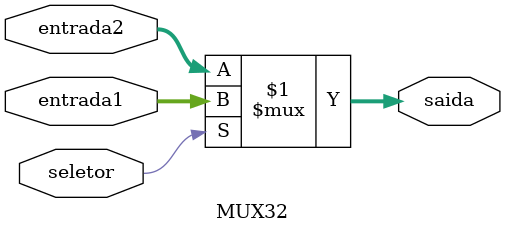
<source format=v>
module MUX32 (entrada1, entrada2, seletor, saida);

    input wire [31:0] entrada1, entrada2;
    input wire seletor;
    output [31:0] saida;
    assign saida = seletor ? entrada1 : entrada2;
endmodule
</source>
